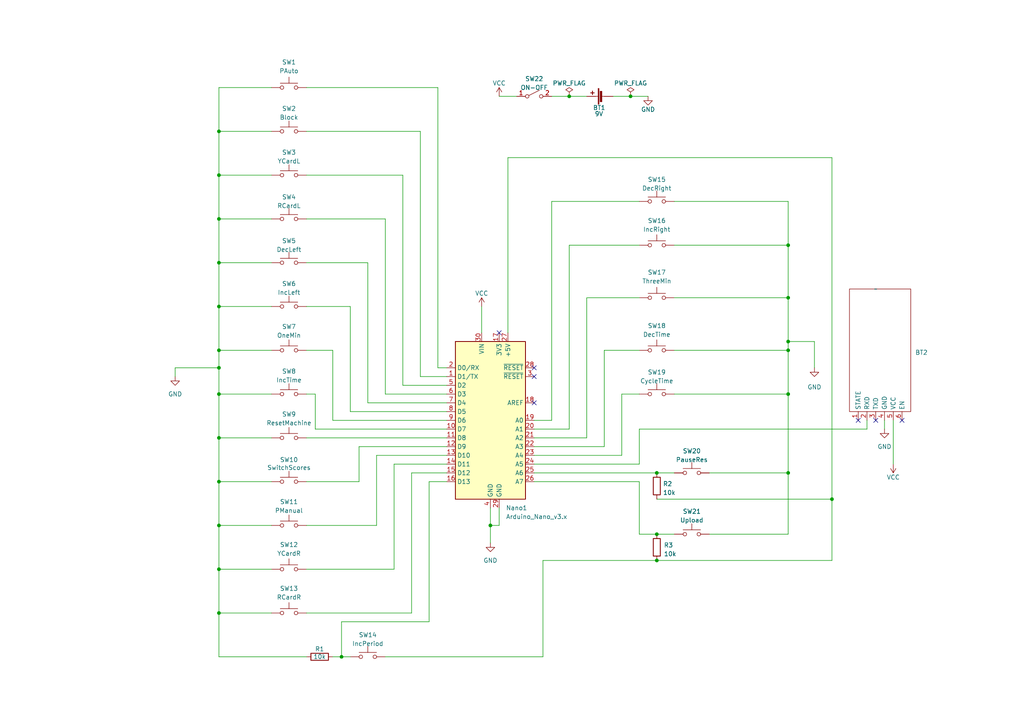
<source format=kicad_sch>
(kicad_sch (version 20230121) (generator eeschema)
  (paper "A4")
  (title_block (title "HCS remote schematics") (date "2023-05-08") (rev "1.0.0"))
  (lib_symbols
    (symbol "Arduino modules:ZS-040_HC-05"
      (property "Reference" "BT" (at 0 2.54 0))
      (symbol "ZS-040_HC-05_0_1"
        (rectangle (start -7.62 0) (end 10.16 -35.56))
      )
      (symbol "ZS-040_HC-05_1_1"
        (pin output line (at -5.08 -38.1 90) (length 2.54) (name "STATE") (number "1"))
        (pin input line (at -2.54 -38.1 90) (length 2.54) (name "RXD") (number "2"))
        (pin output line (at 0 -38.1 90) (length 2.54) (name "TXD") (number "3"))
        (pin power_in line (at 2.54 -38.1 90) (length 2.54) (name "GND") (number "4"))
        (pin power_in line (at 5.08 -38.1 90) (length 2.54) (name "VCC") (number "5"))
        (pin input line (at 7.62 -38.1 90) (length 2.54) (name "EN") (number "6"))
      )
    )
    (symbol "Device:Battery_Cell" (pin_numbers hide) (pin_names (offset 0) hide)
      (property "Reference" "BT" (at 2.54 2.54 0))
      (property "Value" "Battery_Cell" (at 2.54 0 0))
      (symbol "Battery_Cell_0_1"
        (rectangle (start -2.286 1.778) (end 2.286 1.524) (fill (type outline)))
        (rectangle (start -1.5748 1.1938) (end 1.4732 0.6858) (fill (type outline)))
        (polyline (pts (xy 0 0.762) (xy 0 0)))
        (polyline (pts (xy 0 1.778) (xy 0 2.54)))
        (polyline (pts (xy 0.508 3.429) (xy 1.524 3.429)) (stroke (width 0.254)))
        (polyline (pts (xy 1.016 3.937) (xy 1.016 2.921)) (stroke (width 0.254)))
      )
      (symbol "Battery_Cell_1_1"
        (pin passive line (at 0 5.08 270) (length 2.54) (name "+") (number "1"))
        (pin passive line (at 0 -2.54 90) (length 2.54) (name "-") (number "2"))
      )
    )
    (symbol "Device:R" (pin_numbers hide) (pin_names (offset 0))
      (property "Reference" "R" (at 2.032 0 90))
      (property "Value" "R" (at 0 0 90))
      (symbol "R_0_1"
        (rectangle (start -1.016 -2.54) (end 1.016 2.54) (stroke (width 0.254)))
      )
      (symbol "R_1_1"
        (pin passive line (at 0 3.81 270) (length 1.27) (name "~") (number "1"))
        (pin passive line (at 0 -3.81 90) (length 1.27) (name "~") (number "2"))
      )
    )
    (symbol "MCU_Module:Arduino_Nano_v3.x"
      (property "Reference" "A" (at -10.16 23.495 0))
      (property "Value" "Arduino_Nano_v3.x" (at 5.08 -24.13 0))
      (symbol "Arduino_Nano_v3.x_0_1"
        (rectangle (start -10.16 22.86) (end 10.16 -22.86) (stroke (width 0.254)) (fill (type background)))
      )
      (symbol "Arduino_Nano_v3.x_1_1"
        (pin bidirectional line (at -12.7 12.7 0) (length 2.54) (name "D1/TX") (number "1"))
        (pin bidirectional line (at -12.7 -2.54 0) (length 2.54) (name "D7") (number "10"))
        (pin bidirectional line (at -12.7 -5.08 0) (length 2.54) (name "D8") (number "11"))
        (pin bidirectional line (at -12.7 -7.62 0) (length 2.54) (name "D9") (number "12"))
        (pin bidirectional line (at -12.7 -10.16 0) (length 2.54) (name "D10") (number "13"))
        (pin bidirectional line (at -12.7 -12.7 0) (length 2.54) (name "D11") (number "14"))
        (pin bidirectional line (at -12.7 -15.24 0) (length 2.54) (name "D12") (number "15"))
        (pin bidirectional line (at -12.7 -17.78 0) (length 2.54) (name "D13") (number "16"))
        (pin power_out line (at 2.54 25.4 270) (length 2.54) (name "3V3") (number "17"))
        (pin input line (at 12.7 5.08 180) (length 2.54) (name "AREF") (number "18"))
        (pin bidirectional line (at 12.7 0 180) (length 2.54) (name "A0") (number "19"))
        (pin bidirectional line (at -12.7 15.24 0) (length 2.54) (name "D0/RX") (number "2"))
        (pin bidirectional line (at 12.7 -2.54 180) (length 2.54) (name "A1") (number "20"))
        (pin bidirectional line (at 12.7 -5.08 180) (length 2.54) (name "A2") (number "21"))
        (pin bidirectional line (at 12.7 -7.62 180) (length 2.54) (name "A3") (number "22"))
        (pin bidirectional line (at 12.7 -10.16 180) (length 2.54) (name "A4") (number "23"))
        (pin bidirectional line (at 12.7 -12.7 180) (length 2.54) (name "A5") (number "24"))
        (pin bidirectional line (at 12.7 -15.24 180) (length 2.54) (name "A6") (number "25"))
        (pin bidirectional line (at 12.7 -17.78 180) (length 2.54) (name "A7") (number "26"))
        (pin power_out line (at 5.08 25.4 270) (length 2.54) (name "+5V") (number "27"))
        (pin input line (at 12.7 15.24 180) (length 2.54) (name "~{RESET}") (number "28"))
        (pin power_in line (at 2.54 -25.4 90) (length 2.54) (name "GND") (number "29"))
        (pin input line (at 12.7 12.7 180) (length 2.54) (name "~{RESET}") (number "3"))
        (pin power_in line (at -2.54 25.4 270) (length 2.54) (name "VIN") (number "30"))
        (pin power_in line (at 0 -25.4 90) (length 2.54) (name "GND") (number "4"))
        (pin bidirectional line (at -12.7 10.16 0) (length 2.54) (name "D2") (number "5"))
        (pin bidirectional line (at -12.7 7.62 0) (length 2.54) (name "D3") (number "6"))
        (pin bidirectional line (at -12.7 5.08 0) (length 2.54) (name "D4") (number "7"))
        (pin bidirectional line (at -12.7 2.54 0) (length 2.54) (name "D5") (number "8"))
        (pin bidirectional line (at -12.7 0 0) (length 2.54) (name "D6") (number "9"))
      )
    )
    (symbol "Switch:SW_Push" (pin_numbers hide) (pin_names (offset 1.016) hide)
      (property "Reference" "SW" (at 1.27 2.54 0))
      (property "Value" "SW_Push" (at 0 -1.524 0))
      (symbol "SW_Push_0_1"
        (circle (center -2.032 0) (radius 0.508))
        (polyline (pts (xy 0 1.27) (xy 0 3.048)))
        (polyline (pts (xy 2.54 1.27) (xy -2.54 1.27)))
        (circle (center 2.032 0) (radius 0.508))
        (pin passive line (at -5.08 0 0) (length 2.54) (name "1") (number "1"))
        (pin passive line (at 5.08 0 180) (length 2.54) (name "2") (number "2"))
      )
    )
    (symbol "Switch:SW_SPST" (pin_names (offset 0) hide)
      (property "Reference" "SW" (at 0 3.175 0))
      (property "Value" "SW_SPST" (at 0 -2.54 0))
      (symbol "SW_SPST_0_0"
        (circle (center -2.032 0) (radius 0.508))
        (polyline (pts (xy -1.524 0.254) (xy 1.524 1.778)))
        (circle (center 2.032 0) (radius 0.508))
      )
      (symbol "SW_SPST_1_1"
        (pin passive line (at -5.08 0 0) (length 2.54) (name "A") (number "1"))
        (pin passive line (at 5.08 0 180) (length 2.54) (name "B") (number "2"))
      )
    )
    (symbol "power:GND" (power) (pin_names (offset 0))
      (property "Value" "GND" (at 0 -3.81 0))
      (symbol "GND_0_1"
        (polyline (pts (xy 0 0) (xy 0 -1.27) (xy 1.27 -1.27) (xy 0 -2.54) (xy -1.27 -1.27) (xy 0 -1.27)))
      )
      (symbol "GND_1_1"
        (pin power_in line (at 0 0 270) (length 0) hide (name "GND") (number "1"))
      )
    )
    (symbol "power:PWR_FLAG" (power) (pin_numbers hide) (pin_names (offset 0) hide)
      (property "Value" "PWR_FLAG" (at 0 3.81 0))
      (symbol "PWR_FLAG_0_0"
        (pin power_out line (at 0 0 90) (length 0) (name "pwr") (number "1"))
      )
      (symbol "PWR_FLAG_0_1"
        (polyline (pts (xy 0 0) (xy 0 1.27) (xy -1.016 1.905) (xy 0 2.54) (xy 1.016 1.905) (xy 0 1.27)))
      )
    )
    (symbol "power:VCC" (power) (pin_names (offset 0))
      (property "Value" "VCC" (at 0 3.81 0))
      (symbol "VCC_0_1"
        (polyline (pts (xy -0.762 1.27) (xy 0 2.54)))
        (polyline (pts (xy 0 0) (xy 0 2.54)))
        (polyline (pts (xy 0 2.54) (xy 0.762 1.27)))
      )
      (symbol "VCC_1_1"
        (pin power_in line (at 0 0 90) (length 0) hide (name "VCC") (number "1"))
      )
    )
  )
  (junction (at 241.3 144.78))
  (junction (at 228.6 114.3))
  (junction (at 63.5 101.6))
  (junction (at 63.5 63.5))
  (junction (at 63.5 152.4))
  (junction (at 190.5 154.94))
  (junction (at 182.88 27.94))
  (junction (at 63.5 177.8))
  (junction (at 63.5 114.3))
  (junction (at 228.6 99.06))
  (junction (at 63.5 88.9))
  (junction (at 63.5 127))
  (junction (at 228.6 86.36))
  (junction (at 228.6 71.12))
  (junction (at 63.5 76.2))
  (junction (at 165.1 27.94))
  (junction (at 99.06 190.5))
  (junction (at 228.6 137.16))
  (junction (at 228.6 101.6))
  (junction (at 190.5 137.16))
  (junction (at 63.5 38.1))
  (junction (at 63.5 106.68))
  (junction (at 63.5 165.1))
  (junction (at 190.5 162.56))
  (junction (at 63.5 139.7))
  (junction (at 142.24 152.4))
  (junction (at 63.5 50.8))
  (no_connect (at 254 121.92))
  (no_connect (at 261.62 121.92))
  (no_connect (at 154.94 116.84))
  (no_connect (at 154.94 106.68))
  (no_connect (at 248.92 121.92))
  (no_connect (at 154.94 109.22))
  (no_connect (at 144.78 96.52))
  (wire (pts (xy 63.5 139.7) (xy 63.5 152.4)))
  (wire (pts (xy 88.9 139.7) (xy 104.14 139.7)))
  (wire (pts (xy 88.9 101.6) (xy 96.52 101.6)))
  (wire (pts (xy 190.5 162.56) (xy 241.3 162.56)))
  (wire (pts (xy 185.42 139.7) (xy 185.42 154.94)))
  (wire (pts (xy 180.34 132.08) (xy 154.94 132.08)))
  (wire (pts (xy 63.5 63.5) (xy 78.74 63.5)))
  (wire (pts (xy 228.6 137.16) (xy 228.6 114.3)))
  (wire (pts (xy 190.5 154.94) (xy 195.58 154.94)))
  (wire (pts (xy 114.3 165.1) (xy 114.3 134.62)))
  (wire (pts (xy 154.94 137.16) (xy 190.5 137.16)))
  (wire (pts (xy 195.58 114.3) (xy 228.6 114.3)))
  (wire (pts (xy 175.26 101.6) (xy 175.26 129.54)))
  (wire (pts (xy 139.7 88.9) (xy 139.7 96.52)))
  (wire (pts (xy 50.8 106.68) (xy 50.8 109.22)))
  (wire (pts (xy 157.48 162.56) (xy 190.5 162.56)))
  (wire (pts (xy 259.08 121.92) (xy 259.08 134.62)))
  (wire (pts (xy 165.1 27.94) (xy 170.18 27.94)))
  (wire (pts (xy 154.94 134.62) (xy 185.42 134.62)))
  (wire (pts (xy 195.58 58.42) (xy 228.6 58.42)))
  (wire (pts (xy 185.42 124.46) (xy 251.46 124.46)))
  (wire (pts (xy 256.54 121.92) (xy 256.54 124.46)))
  (wire (pts (xy 88.9 114.3) (xy 91.44 114.3)))
  (wire (pts (xy 109.22 132.08) (xy 109.22 152.4)))
  (wire (pts (xy 88.9 50.8) (xy 116.84 50.8)))
  (wire (pts (xy 63.5 38.1) (xy 63.5 50.8)))
  (wire (pts (xy 228.6 154.94) (xy 228.6 137.16)))
  (wire (pts (xy 177.8 27.94) (xy 182.88 27.94)))
  (wire (pts (xy 91.44 114.3) (xy 91.44 124.46)))
  (wire (pts (xy 63.5 76.2) (xy 78.74 76.2)))
  (wire (pts (xy 96.52 101.6) (xy 96.52 121.92)))
  (wire (pts (xy 251.46 121.92) (xy 251.46 124.46)))
  (wire (pts (xy 142.24 147.32) (xy 142.24 152.4)))
  (wire (pts (xy 63.5 101.6) (xy 63.5 106.68)))
  (wire (pts (xy 63.5 38.1) (xy 78.74 38.1)))
  (wire (pts (xy 116.84 111.76) (xy 129.54 111.76)))
  (wire (pts (xy 88.9 76.2) (xy 106.68 76.2)))
  (wire (pts (xy 104.14 129.54) (xy 129.54 129.54)))
  (wire (pts (xy 228.6 58.42) (xy 228.6 71.12)))
  (wire (pts (xy 157.48 190.5) (xy 111.76 190.5)))
  (wire (pts (xy 127 106.68) (xy 129.54 106.68)))
  (wire (pts (xy 63.5 114.3) (xy 63.5 127)))
  (wire (pts (xy 228.6 99.06) (xy 228.6 101.6)))
  (wire (pts (xy 241.3 144.78) (xy 241.3 162.56)))
  (wire (pts (xy 63.5 25.4) (xy 78.74 25.4)))
  (wire (pts (xy 63.5 152.4) (xy 63.5 165.1)))
  (wire (pts (xy 175.26 129.54) (xy 154.94 129.54)))
  (wire (pts (xy 228.6 71.12) (xy 228.6 86.36)))
  (wire (pts (xy 185.42 71.12) (xy 165.1 71.12)))
  (wire (pts (xy 241.3 45.72) (xy 241.3 144.78)))
  (wire (pts (xy 205.74 154.94) (xy 228.6 154.94)))
  (wire (pts (xy 157.48 162.56) (xy 157.48 190.5)))
  (wire (pts (xy 91.44 124.46) (xy 129.54 124.46)))
  (wire (pts (xy 88.9 88.9) (xy 101.6 88.9)))
  (wire (pts (xy 99.06 180.34) (xy 124.46 180.34)))
  (wire (pts (xy 88.9 127) (xy 129.54 127)))
  (wire (pts (xy 182.88 27.94) (xy 187.96 27.94)))
  (wire (pts (xy 106.68 116.84) (xy 129.54 116.84)))
  (wire (pts (xy 124.46 180.34) (xy 124.46 139.7)))
  (wire (pts (xy 185.42 101.6) (xy 175.26 101.6)))
  (wire (pts (xy 165.1 124.46) (xy 154.94 124.46)))
  (wire (pts (xy 88.9 63.5) (xy 111.76 63.5)))
  (wire (pts (xy 124.46 139.7) (xy 129.54 139.7)))
  (wire (pts (xy 190.5 144.78) (xy 241.3 144.78)))
  (wire (pts (xy 63.5 50.8) (xy 78.74 50.8)))
  (wire (pts (xy 236.22 99.06) (xy 228.6 99.06)))
  (wire (pts (xy 147.32 45.72) (xy 147.32 96.52)))
  (wire (pts (xy 63.5 50.8) (xy 63.5 63.5)))
  (wire (pts (xy 63.5 106.68) (xy 63.5 114.3)))
  (wire (pts (xy 88.9 38.1) (xy 121.92 38.1)))
  (wire (pts (xy 142.24 152.4) (xy 142.24 157.48)))
  (wire (pts (xy 63.5 127) (xy 63.5 139.7)))
  (wire (pts (xy 228.6 86.36) (xy 228.6 99.06)))
  (wire (pts (xy 185.42 154.94) (xy 190.5 154.94)))
  (wire (pts (xy 121.92 38.1) (xy 121.92 109.22)))
  (wire (pts (xy 96.52 121.92) (xy 129.54 121.92)))
  (wire (pts (xy 144.78 27.94) (xy 149.86 27.94)))
  (wire (pts (xy 119.38 177.8) (xy 119.38 137.16)))
  (wire (pts (xy 106.68 76.2) (xy 106.68 116.84)))
  (wire (pts (xy 63.5 127) (xy 78.74 127)))
  (wire (pts (xy 190.5 137.16) (xy 195.58 137.16)))
  (wire (pts (xy 63.5 76.2) (xy 63.5 88.9)))
  (wire (pts (xy 160.02 121.92) (xy 154.94 121.92)))
  (wire (pts (xy 63.5 177.8) (xy 63.5 190.5)))
  (wire (pts (xy 165.1 71.12) (xy 165.1 124.46)))
  (wire (pts (xy 88.9 25.4) (xy 127 25.4)))
  (wire (pts (xy 88.9 152.4) (xy 109.22 152.4)))
  (wire (pts (xy 63.5 177.8) (xy 78.74 177.8)))
  (wire (pts (xy 99.06 180.34) (xy 99.06 190.5)))
  (wire (pts (xy 195.58 86.36) (xy 228.6 86.36)))
  (wire (pts (xy 121.92 109.22) (xy 129.54 109.22)))
  (wire (pts (xy 195.58 101.6) (xy 228.6 101.6)))
  (wire (pts (xy 63.5 88.9) (xy 63.5 101.6)))
  (wire (pts (xy 160.02 27.94) (xy 165.1 27.94)))
  (wire (pts (xy 63.5 101.6) (xy 78.74 101.6)))
  (wire (pts (xy 154.94 139.7) (xy 185.42 139.7)))
  (wire (pts (xy 63.5 152.4) (xy 78.74 152.4)))
  (wire (pts (xy 205.74 137.16) (xy 228.6 137.16)))
  (wire (pts (xy 88.9 177.8) (xy 119.38 177.8)))
  (wire (pts (xy 185.42 134.62) (xy 185.42 124.46)))
  (wire (pts (xy 160.02 58.42) (xy 160.02 121.92)))
  (wire (pts (xy 63.5 165.1) (xy 63.5 177.8)))
  (wire (pts (xy 88.9 165.1) (xy 114.3 165.1)))
  (wire (pts (xy 63.5 114.3) (xy 78.74 114.3)))
  (wire (pts (xy 114.3 134.62) (xy 129.54 134.62)))
  (wire (pts (xy 228.6 101.6) (xy 228.6 114.3)))
  (wire (pts (xy 63.5 190.5) (xy 88.9 190.5)))
  (wire (pts (xy 195.58 71.12) (xy 228.6 71.12)))
  (wire (pts (xy 185.42 114.3) (xy 180.34 114.3)))
  (wire (pts (xy 185.42 58.42) (xy 160.02 58.42)))
  (wire (pts (xy 116.84 50.8) (xy 116.84 111.76)))
  (wire (pts (xy 127 25.4) (xy 127 106.68)))
  (wire (pts (xy 180.34 114.3) (xy 180.34 132.08)))
  (wire (pts (xy 144.78 152.4) (xy 142.24 152.4)))
  (wire (pts (xy 185.42 86.36) (xy 170.18 86.36)))
  (wire (pts (xy 101.6 119.38) (xy 129.54 119.38)))
  (wire (pts (xy 63.5 25.4) (xy 63.5 38.1)))
  (wire (pts (xy 63.5 139.7) (xy 78.74 139.7)))
  (wire (pts (xy 96.52 190.5) (xy 99.06 190.5)))
  (wire (pts (xy 236.22 99.06) (xy 236.22 106.68)))
  (wire (pts (xy 101.6 88.9) (xy 101.6 119.38)))
  (wire (pts (xy 104.14 139.7) (xy 104.14 129.54)))
  (wire (pts (xy 99.06 190.5) (xy 101.6 190.5)))
  (wire (pts (xy 170.18 86.36) (xy 170.18 127)))
  (wire (pts (xy 109.22 132.08) (xy 129.54 132.08)))
  (wire (pts (xy 111.76 114.3) (xy 129.54 114.3)))
  (wire (pts (xy 144.78 147.32) (xy 144.78 152.4)))
  (wire (pts (xy 63.5 165.1) (xy 78.74 165.1)))
  (wire (pts (xy 147.32 45.72) (xy 241.3 45.72)))
  (wire (pts (xy 63.5 88.9) (xy 78.74 88.9)))
  (wire (pts (xy 170.18 127) (xy 154.94 127)))
  (wire (pts (xy 119.38 137.16) (xy 129.54 137.16)))
  (wire (pts (xy 111.76 63.5) (xy 111.76 114.3)))
  (wire (pts (xy 50.8 106.68) (xy 63.5 106.68)))
  (wire (pts (xy 63.5 63.5) (xy 63.5 76.2)))
  (symbol (lib_id "Device:R") (at 190.5 140.97 0) (unit 1)
    (property "Reference" "R2" (at 192.278 140.335 0) (effects (justify left)))
    (property "Value" "10k" (at 192.278 142.875 0) (effects (justify left)))
    (property "Footprint" "Resistor_THT:R_Axial_DIN0207_L6.3mm_D2.5mm_P10.16mm_Horizontal" (effects hide))
  )
  (symbol (lib_id "Arduino modules:ZS-040_HC-05") (at 254 83.82 0) (unit 1)
    (property "Reference" "BT2" (at 265.43 102.235 0) (effects (justify left)))
    (property "Value" "~" (at 254 83.82 0))
  )
  (symbol (lib_id "Switch:SW_Push") (at 83.82 139.7 0) (unit 1)
    (property "Reference" "SW10" (at 83.82 133.35 0))
    (property "Value" "SwitchScores" (at 83.82 135.636 0))
    (property "Footprint" "Button_Switch_THT:SW_PUSH_6mm" (effects hide))
  )
  (symbol (lib_id "Switch:SW_Push") (at 190.5 58.42 0) (unit 1)
    (property "Reference" "SW15" (at 190.5 52.07 0))
    (property "Value" "DecRight" (at 190.5 54.61 0))
    (property "Footprint" "Button_Switch_THT:SW_PUSH_6mm" (effects hide))
  )
  (symbol (lib_id "power:GND") (at 50.8 109.22 0) (unit 1)
    (property "Reference" "#PWR03" (effects hide))
    (property "Value" "GND" (at 50.8 114.3 0))
  )
  (symbol (lib_id "power:GND") (at 142.24 157.48 0) (unit 1)
    (property "Reference" "#PWR02" (effects hide))
    (property "Value" "GND" (at 142.24 162.56 0))
  )
  (symbol (lib_id "Switch:SW_Push") (at 83.82 88.9 0) (unit 1)
    (property "Reference" "SW6" (at 83.82 82.296 0))
    (property "Value" "IncLeft" (at 83.82 84.836 0))
    (property "Footprint" "Button_Switch_THT:SW_PUSH_6mm" (effects hide))
  )
  (symbol (lib_id "Switch:SW_Push") (at 83.82 50.8 0) (unit 1)
    (property "Reference" "SW3" (at 83.82 44.196 0))
    (property "Value" "YCardL" (at 83.82 46.736 0))
    (property "Footprint" "Button_Switch_THT:SW_PUSH_6mm" (effects hide))
  )
  (symbol (lib_id "power:VCC") (at 139.7 88.9 0) (unit 1)
    (property "Reference" "#PWR08" (effects hide))
    (property "Value" "VCC" (at 139.7 85.09 0))
  )
  (symbol (lib_id "Switch:SW_Push") (at 83.82 38.1 0) (unit 1)
    (property "Reference" "SW2" (at 83.82 31.496 0))
    (property "Value" "Block" (at 83.82 34.036 0))
    (property "Footprint" "Button_Switch_THT:SW_PUSH_6mm" (effects hide))
  )
  (symbol (lib_id "Device:R") (at 92.71 190.5 90) (unit 1)
    (property "Reference" "R1" (at 92.71 188.976 90) (effects (justify top)))
    (property "Value" "10k" (at 92.71 189.738 90) (effects (justify bottom)))
    (property "Footprint" "Resistor_THT:R_Axial_DIN0207_L6.3mm_D2.5mm_P10.16mm_Horizontal" (effects hide))
  )
  (symbol (lib_id "power:PWR_FLAG") (at 182.88 27.94 0) (unit 1)
    (property "Reference" "#FLG01" (effects hide))
    (property "Value" "PWR_FLAG" (at 182.88 24.13 0))
  )
  (symbol (lib_id "Switch:SW_Push") (at 83.82 114.3 0) (unit 1)
    (property "Reference" "SW8" (at 83.82 107.696 0))
    (property "Value" "IncTime" (at 83.82 110.236 0))
    (property "Footprint" "Button_Switch_THT:SW_PUSH_6mm" (effects hide))
  )
  (symbol (lib_id "Switch:SW_Push") (at 83.82 76.2 0) (unit 1)
    (property "Reference" "SW5" (at 83.82 69.85 0))
    (property "Value" "DecLeft" (at 83.82 72.39 0))
    (property "Footprint" "Button_Switch_THT:SW_PUSH_6mm" (effects hide))
  )
  (symbol (lib_id "Switch:SW_Push") (at 190.5 114.3 0) (unit 1)
    (property "Reference" "SW19" (at 190.5 107.95 0))
    (property "Value" "CycleTime" (at 190.5 110.49 0))
    (property "Footprint" "Button_Switch_THT:SW_PUSH_6mm" (effects hide))
  )
  (symbol (lib_id "power:GND") (at 187.96 27.94 0) (unit 1)
    (property "Reference" "#PWR01" (effects hide))
    (property "Value" "GND" (at 187.96 31.75 0))
  )
  (symbol (lib_id "Switch:SW_Push") (at 190.5 71.12 0) (unit 1)
    (property "Reference" "SW16" (at 190.5 64.008 0))
    (property "Value" "IncRight" (at 190.5 66.548 0))
    (property "Footprint" "Button_Switch_THT:SW_PUSH_6mm" (effects hide))
  )
  (symbol (lib_id "Switch:SW_Push") (at 83.82 101.6 0) (unit 1)
    (property "Reference" "SW7" (at 83.82 94.742 0))
    (property "Value" "OneMin" (at 83.82 97.282 0))
    (property "Footprint" "Button_Switch_THT:SW_PUSH_6mm" (effects hide))
  )
  (symbol (lib_id "Switch:SW_Push") (at 83.82 152.4 0) (unit 1)
    (property "Reference" "SW11" (at 83.82 145.542 0))
    (property "Value" "PManual" (at 83.82 148.082 0))
    (property "Footprint" "Button_Switch_THT:SW_PUSH_6mm" (effects hide))
  )
  (symbol (lib_id "Switch:SW_Push") (at 190.5 101.6 0) (unit 1)
    (property "Reference" "SW18" (at 190.5 94.488 0))
    (property "Value" "DecTime" (at 190.5 97.028 0))
    (property "Footprint" "Button_Switch_THT:SW_PUSH_6mm" (effects hide))
  )
  (symbol (lib_id "power:VCC") (at 259.08 134.62 180) (unit 1)
    (property "Reference" "#PWR07" (effects hide))
    (property "Value" "VCC" (at 259.08 138.43 0))
  )
  (symbol (lib_id "Switch:SW_Push") (at 106.68 190.5 0) (unit 1)
    (property "Reference" "SW14" (at 106.68 184.15 0))
    (property "Value" "IncPeriod" (at 106.68 186.69 0))
    (property "Footprint" "Button_Switch_THT:SW_PUSH_6mm" (effects hide))
  )
  (symbol (lib_id "Switch:SW_Push") (at 83.82 165.1 0) (unit 1)
    (property "Reference" "SW12" (at 83.82 157.988 0))
    (property "Value" "YCardR" (at 83.82 160.528 0))
    (property "Footprint" "Button_Switch_THT:SW_PUSH_6mm" (effects hide))
  )
  (symbol (lib_id "Device:R") (at 190.5 158.75 0) (unit 1)
    (property "Reference" "R3" (at 192.532 158.115 0) (effects (justify left)))
    (property "Value" "10k" (at 192.532 160.655 0) (effects (justify left)))
    (property "Footprint" "Resistor_THT:R_Axial_DIN0207_L6.3mm_D2.5mm_P10.16mm_Horizontal" (effects hide))
  )
  (symbol (lib_id "Device:Battery_Cell") (at 175.26 27.94 90) (unit 1)
    (property "Reference" "BT1" (at 171.958 31.242 90) (effects (justify right)))
    (property "Value" "9V" (at 172.466 33.02 90) (effects (justify right)))
    (property "Footprint" "Connector_PinHeader_2.54mm:PinHeader_1x02_P2.54mm_Vertical" (effects hide))
  )
  (symbol (lib_id "Switch:SW_Push") (at 200.66 154.94 0) (unit 1)
    (property "Reference" "SW21" (at 200.66 148.336 0))
    (property "Value" "Upload" (at 200.66 150.876 0))
    (property "Footprint" "Button_Switch_THT:SW_PUSH_6mm" (effects hide))
  )
  (symbol (lib_id "Switch:SW_Push") (at 83.82 177.8 0) (unit 1)
    (property "Reference" "SW13" (at 83.82 170.688 0))
    (property "Value" "RCardR" (at 83.82 173.228 0))
    (property "Footprint" "Button_Switch_THT:SW_PUSH_6mm" (effects hide))
  )
  (symbol (lib_id "power:GND") (at 256.54 124.46 0) (unit 1)
    (property "Reference" "#PWR05" (effects hide))
    (property "Value" "GND" (at 256.54 129.54 0))
  )
  (symbol (lib_id "power:GND") (at 236.22 106.68 0) (unit 1)
    (property "Reference" "#PWR04" (effects hide))
    (property "Value" "GND" (at 236.22 112.268 0))
  )
  (symbol (lib_id "Switch:SW_Push") (at 83.82 127 0) (unit 1)
    (property "Reference" "SW9" (at 83.82 120.142 0))
    (property "Value" "ResetMachine" (at 83.82 122.682 0))
    (property "Footprint" "Button_Switch_THT:SW_PUSH_6mm" (effects hide))
  )
  (symbol (lib_id "Switch:SW_Push") (at 83.82 25.4 0) (unit 1)
    (property "Reference" "SW1" (at 83.82 18.034 0))
    (property "Value" "PAuto" (at 83.82 20.574 0))
    (property "Footprint" "Button_Switch_THT:SW_PUSH_6mm" (effects hide))
  )
  (symbol (lib_id "Switch:SW_SPST") (at 154.94 27.94 0) (unit 1)
    (property "Reference" "SW22" (at 154.94 22.86 0))
    (property "Value" "ON-OFF" (at 154.94 25.4 0))
    (property "Footprint" "Connector_PinHeader_2.54mm:PinHeader_1x02_P2.54mm_Vertical" (effects hide))
  )
  (symbol (lib_id "MCU_Module:Arduino_Nano_v3.x") (at 142.24 121.92 0) (unit 1)
    (property "Reference" "Nano1" (at 146.7359 147.32 0) (effects (justify left)))
    (property "Value" "Arduino_Nano_v3.x" (at 146.7359 149.86 0) (effects (justify left)))
    (property "Footprint" "Module:Arduino_Nano" (effects hide))
    (property "Datasheet" "http://www.mouser.com/pdfdocs/Gravitech_Arduino_Nano3_0.pdf" (effects hide))
  )
  (symbol (lib_id "power:PWR_FLAG") (at 165.1 27.94 0) (unit 1)
    (property "Reference" "#FLG02" (effects hide))
    (property "Value" "PWR_FLAG" (at 165.1 24.13 0))
  )
  (symbol (lib_id "power:VCC") (at 144.78 27.94 0) (unit 1)
    (property "Reference" "#PWR06" (effects hide))
    (property "Value" "VCC" (at 144.78 24.13 0))
  )
  (symbol (lib_id "Switch:SW_Push") (at 190.5 86.36 0) (unit 1)
    (property "Reference" "SW17" (at 190.5 78.994 0))
    (property "Value" "ThreeMin" (at 190.5 81.534 0))
    (property "Footprint" "Button_Switch_THT:SW_PUSH_6mm" (effects hide))
  )
  (symbol (lib_id "Switch:SW_Push") (at 200.66 137.16 0) (unit 1)
    (property "Reference" "SW20" (at 200.66 130.81 0))
    (property "Value" "PauseRes" (at 200.66 133.35 0))
    (property "Footprint" "Button_Switch_THT:SW_PUSH_6mm" (effects hide))
  )
  (symbol (lib_id "Switch:SW_Push") (at 83.82 63.5 0) (unit 1)
    (property "Reference" "SW4" (at 83.82 57.15 0))
    (property "Value" "RCardL" (at 83.82 59.69 0))
    (property "Footprint" "Button_Switch_THT:SW_PUSH_6mm" (effects hide))
  )
)
</source>
